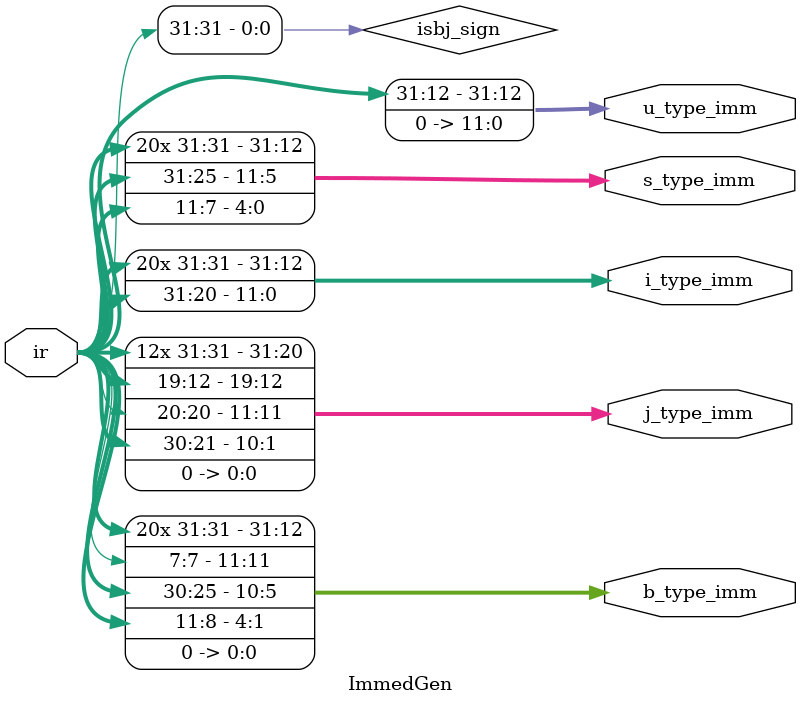
<source format=sv>
`timescale 1ns / 1ps


module ImmedGen(
    input [31:7] ir,
    output [31:0] b_type_imm,
    output [31:0] j_type_imm,
    output [31:0] i_type_imm,
    output [31:0] s_type_imm,
    output [31:0] u_type_imm
    );
    
    logic isbj_sign;
    assign isbj_sign = ir[31];
    
    assign i_type_imm = {{21{isbj_sign}}, ir[30:20]};
    assign s_type_imm = {{21{isbj_sign}}, ir[30:25], ir[11:7]};
    assign b_type_imm = {{20{isbj_sign}}, ir[7], ir[30:25], ir[11:8], 1'b0};
    assign u_type_imm = {ir[31:12], 12'b0};
    assign j_type_imm = {{12{isbj_sign}}, ir[19:12], ir[20], ir[30:21], 1'b0};
endmodule

</source>
